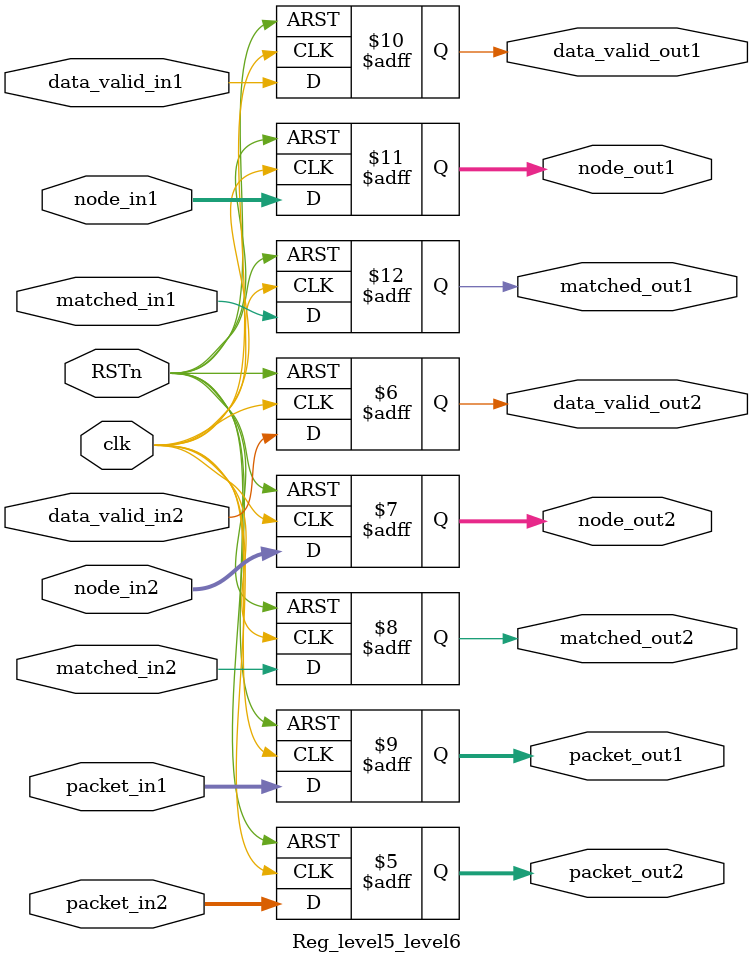
<source format=v>
`timescale 1ns / 1ps

module Reg_level5_level6 #(
    // the width of packet header and node
    parameter   PACKET_WIDTH = 104,
    parameter   NODE_WIDTH = 40
)

(
    //reset and clock
    input   clk,
    input   RSTn,
    
    //input from last stage 
    input wire [PACKET_WIDTH-1:0]    packet_in1,
    input wire                       data_valid_in1,
    input wire [NODE_WIDTH-1:0]      node_in1,
    input wire                       matched_in1,
    
    input wire [PACKET_WIDTH-1:0]    packet_in2,
    input wire                       data_valid_in2,
    input wire [NODE_WIDTH-1:0]      node_in2,
    input wire                       matched_in2, 
    
    //output to the node in level2 of tree 
    output reg [PACKET_WIDTH-1:0]    packet_out1,
    output reg                       data_valid_out1,
    output reg [NODE_WIDTH-1:0]      node_out1,
    output reg                       matched_out1,
    
    output reg [PACKET_WIDTH-1:0]    packet_out2,
    output reg                      data_valid_out2,
    output reg [NODE_WIDTH-1:0]      node_out2,
    output reg                       matched_out2
    
    );
    
    // handle the first packet
    always@(posedge clk or negedge RSTn)    begin
        if(!RSTn)   begin
            packet_out1 <= 104'b0;
            data_valid_out1 <= 1'b0;
            node_out1 <= 40'b0;
            matched_out1 <= 1'b0;            
        end else begin
            packet_out1 <= packet_in1;
            data_valid_out1 <= data_valid_in1;
            node_out1 <= node_in1;
            matched_out1 <= matched_in1;           
        end
    end
     
    // handle the first packet
    always@(posedge clk or negedge RSTn)    begin
        if(!RSTn)   begin
            packet_out2 <= 104'b0;
            data_valid_out2 <= 1'b0;
            node_out2 <= 40'b0;
            matched_out2 <= 1'b0;            
        end else begin
            packet_out2 <= packet_in2;
            data_valid_out2 <= data_valid_in2;
            node_out2 <= node_in2;
            matched_out2 <= matched_in2;           
        end
    end
    
 endmodule

</source>
